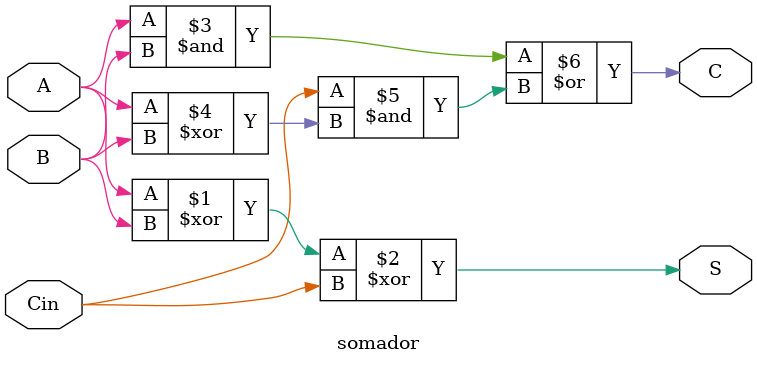
<source format=v>
module somador (A, B, Cin, S, C);
input  A, B, Cin;
output S, C;
assign S = A ^ B ^ Cin;
assign C = ((A & B)|(Cin & (A ^ B)));
endmodule
</source>
